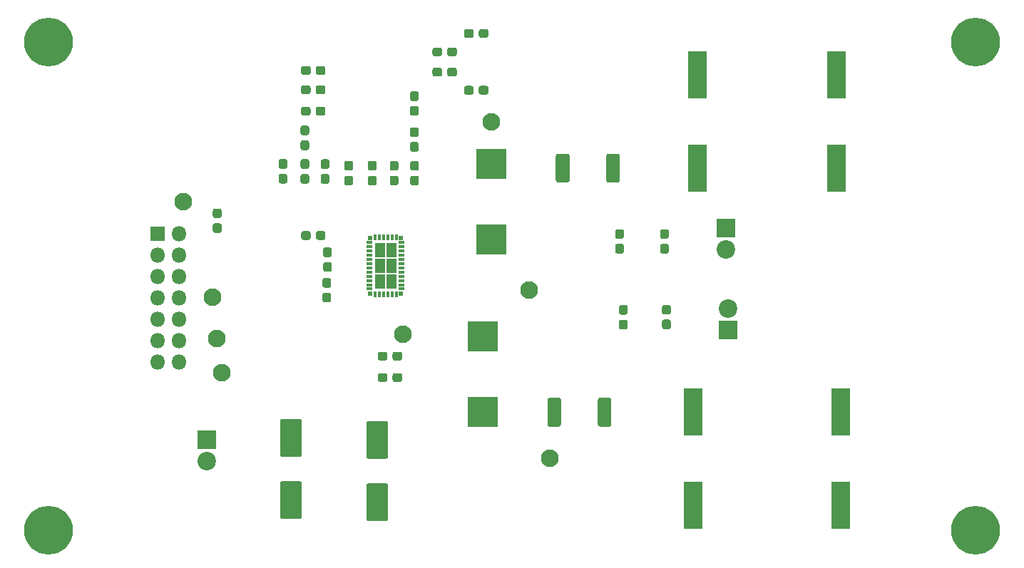
<source format=gts>
%TF.GenerationSoftware,KiCad,Pcbnew,(5.1.6)-1*%
%TF.CreationDate,2020-11-07T14:41:46+05:30*%
%TF.ProjectId,LT8652,4c543836-3532-42e6-9b69-6361645f7063,rev?*%
%TF.SameCoordinates,Original*%
%TF.FileFunction,Soldermask,Top*%
%TF.FilePolarity,Negative*%
%FSLAX46Y46*%
G04 Gerber Fmt 4.6, Leading zero omitted, Abs format (unit mm)*
G04 Created by KiCad (PCBNEW (5.1.6)-1) date 2020-11-07 14:41:46*
%MOMM*%
%LPD*%
G01*
G04 APERTURE LIST*
%ADD10C,5.800000*%
%ADD11C,2.100000*%
%ADD12R,0.800000X0.350000*%
%ADD13R,0.350000X0.800000*%
%ADD14R,1.200000X1.770000*%
%ADD15R,0.475000X0.475000*%
%ADD16R,2.300000X5.600000*%
%ADD17O,1.800000X1.800000*%
%ADD18R,1.800000X1.800000*%
%ADD19C,2.200000*%
%ADD20R,2.200000X2.200000*%
%ADD21R,3.600000X3.650000*%
G04 APERTURE END LIST*
D10*
%TO.C,REF\u002A\u002A*%
X220000000Y-141000000D03*
%TD*%
%TO.C,REF\u002A\u002A*%
X110000000Y-141000000D03*
%TD*%
%TO.C,REF\u002A\u002A*%
X110000000Y-83000000D03*
%TD*%
%TO.C,REF\u002A\u002A*%
X220000000Y-83000000D03*
%TD*%
D11*
%TO.C,L1S1*%
X162500000Y-92500000D03*
%TD*%
%TO.C,R14*%
G36*
G01*
X175175000Y-128458608D02*
X175175000Y-125541392D01*
G75*
G02*
X175441392Y-125275000I266392J0D01*
G01*
X176533608Y-125275000D01*
G75*
G02*
X176800000Y-125541392I0J-266392D01*
G01*
X176800000Y-128458608D01*
G75*
G02*
X176533608Y-128725000I-266392J0D01*
G01*
X175441392Y-128725000D01*
G75*
G02*
X175175000Y-128458608I0J266392D01*
G01*
G37*
G36*
G01*
X169200000Y-128458608D02*
X169200000Y-125541392D01*
G75*
G02*
X169466392Y-125275000I266392J0D01*
G01*
X170558608Y-125275000D01*
G75*
G02*
X170825000Y-125541392I0J-266392D01*
G01*
X170825000Y-128458608D01*
G75*
G02*
X170558608Y-128725000I-266392J0D01*
G01*
X169466392Y-128725000D01*
G75*
G02*
X169200000Y-128458608I0J266392D01*
G01*
G37*
%TD*%
%TO.C,R13*%
G36*
G01*
X176175000Y-99458608D02*
X176175000Y-96541392D01*
G75*
G02*
X176441392Y-96275000I266392J0D01*
G01*
X177533608Y-96275000D01*
G75*
G02*
X177800000Y-96541392I0J-266392D01*
G01*
X177800000Y-99458608D01*
G75*
G02*
X177533608Y-99725000I-266392J0D01*
G01*
X176441392Y-99725000D01*
G75*
G02*
X176175000Y-99458608I0J266392D01*
G01*
G37*
G36*
G01*
X170200000Y-99458608D02*
X170200000Y-96541392D01*
G75*
G02*
X170466392Y-96275000I266392J0D01*
G01*
X171558608Y-96275000D01*
G75*
G02*
X171825000Y-96541392I0J-266392D01*
G01*
X171825000Y-99458608D01*
G75*
G02*
X171558608Y-99725000I-266392J0D01*
G01*
X170466392Y-99725000D01*
G75*
G02*
X170200000Y-99458608I0J266392D01*
G01*
G37*
%TD*%
%TO.C,L2S1*%
X169500000Y-132500000D03*
%TD*%
D12*
%TO.C,IC1*%
X148100001Y-106855000D03*
X148100001Y-107355000D03*
X148100001Y-107855000D03*
X148100001Y-108355000D03*
X148100001Y-108855000D03*
X148100001Y-109355000D03*
X148100001Y-109855000D03*
X148100001Y-110355000D03*
X148100001Y-110855000D03*
X148100001Y-111355000D03*
X148100001Y-111855000D03*
X148100001Y-112355000D03*
D13*
X148750001Y-113005000D03*
X149250001Y-113005000D03*
X149750001Y-113005000D03*
X150250001Y-113005000D03*
X150750001Y-113005000D03*
X151250001Y-113005000D03*
D12*
X151900001Y-112355000D03*
X151900001Y-111855000D03*
X151900001Y-111355000D03*
X151900001Y-110855000D03*
X151900001Y-110355000D03*
X151900001Y-109855000D03*
X151900001Y-109355000D03*
X151900001Y-108855000D03*
X151900001Y-108355000D03*
X151900001Y-107855000D03*
X151900001Y-107355000D03*
X151900001Y-106855000D03*
D13*
X151250001Y-106205000D03*
X150750001Y-106205000D03*
X150250001Y-106205000D03*
X149750001Y-106205000D03*
X149250001Y-106205000D03*
X148750001Y-106205000D03*
D14*
X149350001Y-107735000D03*
X150650001Y-107735000D03*
X149350001Y-109605000D03*
X150650001Y-109605000D03*
X149350001Y-111475000D03*
X150650001Y-111475000D03*
D15*
X148187001Y-106292000D03*
X148187001Y-112918000D03*
X151813001Y-112918000D03*
X151813001Y-106292000D03*
%TD*%
%TO.C,R8*%
G36*
G01*
X145862500Y-98300000D02*
X145337500Y-98300000D01*
G75*
G02*
X145075000Y-98037500I0J262500D01*
G01*
X145075000Y-97412500D01*
G75*
G02*
X145337500Y-97150000I262500J0D01*
G01*
X145862500Y-97150000D01*
G75*
G02*
X146125000Y-97412500I0J-262500D01*
G01*
X146125000Y-98037500D01*
G75*
G02*
X145862500Y-98300000I-262500J0D01*
G01*
G37*
G36*
G01*
X145862500Y-100050000D02*
X145337500Y-100050000D01*
G75*
G02*
X145075000Y-99787500I0J262500D01*
G01*
X145075000Y-99162500D01*
G75*
G02*
X145337500Y-98900000I262500J0D01*
G01*
X145862500Y-98900000D01*
G75*
G02*
X146125000Y-99162500I0J-262500D01*
G01*
X146125000Y-99787500D01*
G75*
G02*
X145862500Y-100050000I-262500J0D01*
G01*
G37*
%TD*%
%TO.C,C21*%
G36*
G01*
X142737500Y-112800000D02*
X143262500Y-112800000D01*
G75*
G02*
X143525000Y-113062500I0J-262500D01*
G01*
X143525000Y-113687500D01*
G75*
G02*
X143262500Y-113950000I-262500J0D01*
G01*
X142737500Y-113950000D01*
G75*
G02*
X142475000Y-113687500I0J262500D01*
G01*
X142475000Y-113062500D01*
G75*
G02*
X142737500Y-112800000I262500J0D01*
G01*
G37*
G36*
G01*
X142737500Y-111050000D02*
X143262500Y-111050000D01*
G75*
G02*
X143525000Y-111312500I0J-262500D01*
G01*
X143525000Y-111937500D01*
G75*
G02*
X143262500Y-112200000I-262500J0D01*
G01*
X142737500Y-112200000D01*
G75*
G02*
X142475000Y-111937500I0J262500D01*
G01*
X142475000Y-111312500D01*
G75*
G02*
X142737500Y-111050000I262500J0D01*
G01*
G37*
%TD*%
%TO.C,C20*%
G36*
G01*
X137710000Y-135200000D02*
X139790000Y-135200000D01*
G75*
G02*
X140050000Y-135460000I0J-260000D01*
G01*
X140050000Y-139440000D01*
G75*
G02*
X139790000Y-139700000I-260000J0D01*
G01*
X137710000Y-139700000D01*
G75*
G02*
X137450000Y-139440000I0J260000D01*
G01*
X137450000Y-135460000D01*
G75*
G02*
X137710000Y-135200000I260000J0D01*
G01*
G37*
G36*
G01*
X137710000Y-127800000D02*
X139790000Y-127800000D01*
G75*
G02*
X140050000Y-128060000I0J-260000D01*
G01*
X140050000Y-132040000D01*
G75*
G02*
X139790000Y-132300000I-260000J0D01*
G01*
X137710000Y-132300000D01*
G75*
G02*
X137450000Y-132040000I0J260000D01*
G01*
X137450000Y-128060000D01*
G75*
G02*
X137710000Y-127800000I260000J0D01*
G01*
G37*
%TD*%
D16*
%TO.C,C19*%
X204000000Y-138050000D03*
X204000000Y-126950000D03*
%TD*%
%TO.C,C18*%
X203500000Y-86890000D03*
X203500000Y-97990000D03*
%TD*%
%TO.C,C17*%
G36*
G01*
X178472500Y-115410000D02*
X177947500Y-115410000D01*
G75*
G02*
X177685000Y-115147500I0J262500D01*
G01*
X177685000Y-114522500D01*
G75*
G02*
X177947500Y-114260000I262500J0D01*
G01*
X178472500Y-114260000D01*
G75*
G02*
X178735000Y-114522500I0J-262500D01*
G01*
X178735000Y-115147500D01*
G75*
G02*
X178472500Y-115410000I-262500J0D01*
G01*
G37*
G36*
G01*
X178472500Y-117160000D02*
X177947500Y-117160000D01*
G75*
G02*
X177685000Y-116897500I0J262500D01*
G01*
X177685000Y-116272500D01*
G75*
G02*
X177947500Y-116010000I262500J0D01*
G01*
X178472500Y-116010000D01*
G75*
G02*
X178735000Y-116272500I0J-262500D01*
G01*
X178735000Y-116897500D01*
G75*
G02*
X178472500Y-117160000I-262500J0D01*
G01*
G37*
%TD*%
%TO.C,C16*%
G36*
G01*
X182837500Y-107000000D02*
X183362500Y-107000000D01*
G75*
G02*
X183625000Y-107262500I0J-262500D01*
G01*
X183625000Y-107887500D01*
G75*
G02*
X183362500Y-108150000I-262500J0D01*
G01*
X182837500Y-108150000D01*
G75*
G02*
X182575000Y-107887500I0J262500D01*
G01*
X182575000Y-107262500D01*
G75*
G02*
X182837500Y-107000000I262500J0D01*
G01*
G37*
G36*
G01*
X182837500Y-105250000D02*
X183362500Y-105250000D01*
G75*
G02*
X183625000Y-105512500I0J-262500D01*
G01*
X183625000Y-106137500D01*
G75*
G02*
X183362500Y-106400000I-262500J0D01*
G01*
X182837500Y-106400000D01*
G75*
G02*
X182575000Y-106137500I0J262500D01*
G01*
X182575000Y-105512500D01*
G75*
G02*
X182837500Y-105250000I262500J0D01*
G01*
G37*
%TD*%
%TO.C,C14*%
G36*
G01*
X147960000Y-135450000D02*
X150040000Y-135450000D01*
G75*
G02*
X150300000Y-135710000I0J-260000D01*
G01*
X150300000Y-139690000D01*
G75*
G02*
X150040000Y-139950000I-260000J0D01*
G01*
X147960000Y-139950000D01*
G75*
G02*
X147700000Y-139690000I0J260000D01*
G01*
X147700000Y-135710000D01*
G75*
G02*
X147960000Y-135450000I260000J0D01*
G01*
G37*
G36*
G01*
X147960000Y-128050000D02*
X150040000Y-128050000D01*
G75*
G02*
X150300000Y-128310000I0J-260000D01*
G01*
X150300000Y-132290000D01*
G75*
G02*
X150040000Y-132550000I-260000J0D01*
G01*
X147960000Y-132550000D01*
G75*
G02*
X147700000Y-132290000I0J260000D01*
G01*
X147700000Y-128310000D01*
G75*
G02*
X147960000Y-128050000I260000J0D01*
G01*
G37*
%TD*%
%TO.C,C6*%
G36*
G01*
X177507500Y-107000000D02*
X178032500Y-107000000D01*
G75*
G02*
X178295000Y-107262500I0J-262500D01*
G01*
X178295000Y-107887500D01*
G75*
G02*
X178032500Y-108150000I-262500J0D01*
G01*
X177507500Y-108150000D01*
G75*
G02*
X177245000Y-107887500I0J262500D01*
G01*
X177245000Y-107262500D01*
G75*
G02*
X177507500Y-107000000I262500J0D01*
G01*
G37*
G36*
G01*
X177507500Y-105250000D02*
X178032500Y-105250000D01*
G75*
G02*
X178295000Y-105512500I0J-262500D01*
G01*
X178295000Y-106137500D01*
G75*
G02*
X178032500Y-106400000I-262500J0D01*
G01*
X177507500Y-106400000D01*
G75*
G02*
X177245000Y-106137500I0J262500D01*
G01*
X177245000Y-105512500D01*
G75*
G02*
X177507500Y-105250000I262500J0D01*
G01*
G37*
%TD*%
%TO.C,R12*%
G36*
G01*
X153662500Y-90025000D02*
X153137500Y-90025000D01*
G75*
G02*
X152875000Y-89762500I0J262500D01*
G01*
X152875000Y-89137500D01*
G75*
G02*
X153137500Y-88875000I262500J0D01*
G01*
X153662500Y-88875000D01*
G75*
G02*
X153925000Y-89137500I0J-262500D01*
G01*
X153925000Y-89762500D01*
G75*
G02*
X153662500Y-90025000I-262500J0D01*
G01*
G37*
G36*
G01*
X153662500Y-91775000D02*
X153137500Y-91775000D01*
G75*
G02*
X152875000Y-91512500I0J262500D01*
G01*
X152875000Y-90887500D01*
G75*
G02*
X153137500Y-90625000I262500J0D01*
G01*
X153662500Y-90625000D01*
G75*
G02*
X153925000Y-90887500I0J-262500D01*
G01*
X153925000Y-91512500D01*
G75*
G02*
X153662500Y-91775000I-262500J0D01*
G01*
G37*
%TD*%
%TO.C,R11*%
G36*
G01*
X141100000Y-86137500D02*
X141100000Y-86662500D01*
G75*
G02*
X140837500Y-86925000I-262500J0D01*
G01*
X140212500Y-86925000D01*
G75*
G02*
X139950000Y-86662500I0J262500D01*
G01*
X139950000Y-86137500D01*
G75*
G02*
X140212500Y-85875000I262500J0D01*
G01*
X140837500Y-85875000D01*
G75*
G02*
X141100000Y-86137500I0J-262500D01*
G01*
G37*
G36*
G01*
X142850000Y-86137500D02*
X142850000Y-86662500D01*
G75*
G02*
X142587500Y-86925000I-262500J0D01*
G01*
X141962500Y-86925000D01*
G75*
G02*
X141700000Y-86662500I0J262500D01*
G01*
X141700000Y-86137500D01*
G75*
G02*
X141962500Y-85875000I262500J0D01*
G01*
X142587500Y-85875000D01*
G75*
G02*
X142850000Y-86137500I0J-262500D01*
G01*
G37*
%TD*%
%TO.C,C11*%
G36*
G01*
X183592500Y-115400000D02*
X183067500Y-115400000D01*
G75*
G02*
X182805000Y-115137500I0J262500D01*
G01*
X182805000Y-114512500D01*
G75*
G02*
X183067500Y-114250000I262500J0D01*
G01*
X183592500Y-114250000D01*
G75*
G02*
X183855000Y-114512500I0J-262500D01*
G01*
X183855000Y-115137500D01*
G75*
G02*
X183592500Y-115400000I-262500J0D01*
G01*
G37*
G36*
G01*
X183592500Y-117150000D02*
X183067500Y-117150000D01*
G75*
G02*
X182805000Y-116887500I0J262500D01*
G01*
X182805000Y-116262500D01*
G75*
G02*
X183067500Y-116000000I262500J0D01*
G01*
X183592500Y-116000000D01*
G75*
G02*
X183855000Y-116262500I0J-262500D01*
G01*
X183855000Y-116887500D01*
G75*
G02*
X183592500Y-117150000I-262500J0D01*
G01*
G37*
%TD*%
D11*
%TO.C,PG2*%
X129950000Y-118250000D03*
%TD*%
%TO.C,PG1*%
X130500000Y-122300000D03*
%TD*%
%TO.C,VC1*%
X126000000Y-102000000D03*
%TD*%
%TO.C,VC2*%
X129400000Y-113300000D03*
%TD*%
D17*
%TO.C,J4*%
X125440000Y-121040000D03*
X122900000Y-121040000D03*
X125440000Y-118500000D03*
X122900000Y-118500000D03*
X125440000Y-115960000D03*
X122900000Y-115960000D03*
X125440000Y-113420000D03*
X122900000Y-113420000D03*
X125440000Y-110880000D03*
X122900000Y-110880000D03*
X125440000Y-108340000D03*
X122900000Y-108340000D03*
X125440000Y-105800000D03*
D18*
X122900000Y-105800000D03*
%TD*%
D19*
%TO.C,J3*%
X190610000Y-114700000D03*
D20*
X190610000Y-117240000D03*
%TD*%
D19*
%TO.C,J2*%
X190410000Y-107640000D03*
D20*
X190410000Y-105100000D03*
%TD*%
D19*
%TO.C,J1*%
X128750000Y-132790000D03*
D20*
X128750000Y-130250000D03*
%TD*%
%TO.C,R9*%
G36*
G01*
X130262500Y-103950000D02*
X129737500Y-103950000D01*
G75*
G02*
X129475000Y-103687500I0J262500D01*
G01*
X129475000Y-103062500D01*
G75*
G02*
X129737500Y-102800000I262500J0D01*
G01*
X130262500Y-102800000D01*
G75*
G02*
X130525000Y-103062500I0J-262500D01*
G01*
X130525000Y-103687500D01*
G75*
G02*
X130262500Y-103950000I-262500J0D01*
G01*
G37*
G36*
G01*
X130262500Y-105700000D02*
X129737500Y-105700000D01*
G75*
G02*
X129475000Y-105437500I0J262500D01*
G01*
X129475000Y-104812500D01*
G75*
G02*
X129737500Y-104550000I262500J0D01*
G01*
X130262500Y-104550000D01*
G75*
G02*
X130525000Y-104812500I0J-262500D01*
G01*
X130525000Y-105437500D01*
G75*
G02*
X130262500Y-105700000I-262500J0D01*
G01*
G37*
%TD*%
%TO.C,R3*%
G36*
G01*
X160450000Y-88487500D02*
X160450000Y-89012500D01*
G75*
G02*
X160187500Y-89275000I-262500J0D01*
G01*
X159562500Y-89275000D01*
G75*
G02*
X159300000Y-89012500I0J262500D01*
G01*
X159300000Y-88487500D01*
G75*
G02*
X159562500Y-88225000I262500J0D01*
G01*
X160187500Y-88225000D01*
G75*
G02*
X160450000Y-88487500I0J-262500D01*
G01*
G37*
G36*
G01*
X162200000Y-88487500D02*
X162200000Y-89012500D01*
G75*
G02*
X161937500Y-89275000I-262500J0D01*
G01*
X161312500Y-89275000D01*
G75*
G02*
X161050000Y-89012500I0J262500D01*
G01*
X161050000Y-88487500D01*
G75*
G02*
X161312500Y-88225000I262500J0D01*
G01*
X161937500Y-88225000D01*
G75*
G02*
X162200000Y-88487500I0J-262500D01*
G01*
G37*
%TD*%
D11*
%TO.C,SW1*%
X167000000Y-112500000D03*
%TD*%
%TO.C,SW2*%
X152000000Y-117750000D03*
%TD*%
%TO.C,C15*%
G36*
G01*
X143352500Y-108575000D02*
X142827500Y-108575000D01*
G75*
G02*
X142565000Y-108312500I0J262500D01*
G01*
X142565000Y-107687500D01*
G75*
G02*
X142827500Y-107425000I262500J0D01*
G01*
X143352500Y-107425000D01*
G75*
G02*
X143615000Y-107687500I0J-262500D01*
G01*
X143615000Y-108312500D01*
G75*
G02*
X143352500Y-108575000I-262500J0D01*
G01*
G37*
G36*
G01*
X143352500Y-110325000D02*
X142827500Y-110325000D01*
G75*
G02*
X142565000Y-110062500I0J262500D01*
G01*
X142565000Y-109437500D01*
G75*
G02*
X142827500Y-109175000I262500J0D01*
G01*
X143352500Y-109175000D01*
G75*
G02*
X143615000Y-109437500I0J-262500D01*
G01*
X143615000Y-110062500D01*
G75*
G02*
X143352500Y-110325000I-262500J0D01*
G01*
G37*
%TD*%
%TO.C,C10*%
G36*
G01*
X153662500Y-96050000D02*
X153137500Y-96050000D01*
G75*
G02*
X152875000Y-95787500I0J262500D01*
G01*
X152875000Y-95162500D01*
G75*
G02*
X153137500Y-94900000I262500J0D01*
G01*
X153662500Y-94900000D01*
G75*
G02*
X153925000Y-95162500I0J-262500D01*
G01*
X153925000Y-95787500D01*
G75*
G02*
X153662500Y-96050000I-262500J0D01*
G01*
G37*
G36*
G01*
X153662500Y-94300000D02*
X153137500Y-94300000D01*
G75*
G02*
X152875000Y-94037500I0J262500D01*
G01*
X152875000Y-93412500D01*
G75*
G02*
X153137500Y-93150000I262500J0D01*
G01*
X153662500Y-93150000D01*
G75*
G02*
X153925000Y-93412500I0J-262500D01*
G01*
X153925000Y-94037500D01*
G75*
G02*
X153662500Y-94300000I-262500J0D01*
G01*
G37*
%TD*%
%TO.C,C1*%
G36*
G01*
X141680000Y-91502500D02*
X141680000Y-90977500D01*
G75*
G02*
X141942500Y-90715000I262500J0D01*
G01*
X142567500Y-90715000D01*
G75*
G02*
X142830000Y-90977500I0J-262500D01*
G01*
X142830000Y-91502500D01*
G75*
G02*
X142567500Y-91765000I-262500J0D01*
G01*
X141942500Y-91765000D01*
G75*
G02*
X141680000Y-91502500I0J262500D01*
G01*
G37*
G36*
G01*
X139930000Y-91502500D02*
X139930000Y-90977500D01*
G75*
G02*
X140192500Y-90715000I262500J0D01*
G01*
X140817500Y-90715000D01*
G75*
G02*
X141080000Y-90977500I0J-262500D01*
G01*
X141080000Y-91502500D01*
G75*
G02*
X140817500Y-91765000I-262500J0D01*
G01*
X140192500Y-91765000D01*
G75*
G02*
X139930000Y-91502500I0J262500D01*
G01*
G37*
%TD*%
%TO.C,C5*%
G36*
G01*
X143062500Y-99850000D02*
X142537500Y-99850000D01*
G75*
G02*
X142275000Y-99587500I0J262500D01*
G01*
X142275000Y-98962500D01*
G75*
G02*
X142537500Y-98700000I262500J0D01*
G01*
X143062500Y-98700000D01*
G75*
G02*
X143325000Y-98962500I0J-262500D01*
G01*
X143325000Y-99587500D01*
G75*
G02*
X143062500Y-99850000I-262500J0D01*
G01*
G37*
G36*
G01*
X143062500Y-98100000D02*
X142537500Y-98100000D01*
G75*
G02*
X142275000Y-97837500I0J262500D01*
G01*
X142275000Y-97212500D01*
G75*
G02*
X142537500Y-96950000I262500J0D01*
G01*
X143062500Y-96950000D01*
G75*
G02*
X143325000Y-97212500I0J-262500D01*
G01*
X143325000Y-97837500D01*
G75*
G02*
X143062500Y-98100000I-262500J0D01*
G01*
G37*
%TD*%
%TO.C,R6*%
G36*
G01*
X153682500Y-100050000D02*
X153157500Y-100050000D01*
G75*
G02*
X152895000Y-99787500I0J262500D01*
G01*
X152895000Y-99162500D01*
G75*
G02*
X153157500Y-98900000I262500J0D01*
G01*
X153682500Y-98900000D01*
G75*
G02*
X153945000Y-99162500I0J-262500D01*
G01*
X153945000Y-99787500D01*
G75*
G02*
X153682500Y-100050000I-262500J0D01*
G01*
G37*
G36*
G01*
X153682500Y-98300000D02*
X153157500Y-98300000D01*
G75*
G02*
X152895000Y-98037500I0J262500D01*
G01*
X152895000Y-97412500D01*
G75*
G02*
X153157500Y-97150000I262500J0D01*
G01*
X153682500Y-97150000D01*
G75*
G02*
X153945000Y-97412500I0J-262500D01*
G01*
X153945000Y-98037500D01*
G75*
G02*
X153682500Y-98300000I-262500J0D01*
G01*
G37*
%TD*%
%TO.C,C2*%
G36*
G01*
X139930000Y-88962500D02*
X139930000Y-88437500D01*
G75*
G02*
X140192500Y-88175000I262500J0D01*
G01*
X140817500Y-88175000D01*
G75*
G02*
X141080000Y-88437500I0J-262500D01*
G01*
X141080000Y-88962500D01*
G75*
G02*
X140817500Y-89225000I-262500J0D01*
G01*
X140192500Y-89225000D01*
G75*
G02*
X139930000Y-88962500I0J262500D01*
G01*
G37*
G36*
G01*
X141680000Y-88962500D02*
X141680000Y-88437500D01*
G75*
G02*
X141942500Y-88175000I262500J0D01*
G01*
X142567500Y-88175000D01*
G75*
G02*
X142830000Y-88437500I0J-262500D01*
G01*
X142830000Y-88962500D01*
G75*
G02*
X142567500Y-89225000I-262500J0D01*
G01*
X141942500Y-89225000D01*
G75*
G02*
X141680000Y-88962500I0J262500D01*
G01*
G37*
%TD*%
%TO.C,C7*%
G36*
G01*
X151262500Y-98300000D02*
X150737500Y-98300000D01*
G75*
G02*
X150475000Y-98037500I0J262500D01*
G01*
X150475000Y-97412500D01*
G75*
G02*
X150737500Y-97150000I262500J0D01*
G01*
X151262500Y-97150000D01*
G75*
G02*
X151525000Y-97412500I0J-262500D01*
G01*
X151525000Y-98037500D01*
G75*
G02*
X151262500Y-98300000I-262500J0D01*
G01*
G37*
G36*
G01*
X151262500Y-100050000D02*
X150737500Y-100050000D01*
G75*
G02*
X150475000Y-99787500I0J262500D01*
G01*
X150475000Y-99162500D01*
G75*
G02*
X150737500Y-98900000I262500J0D01*
G01*
X151262500Y-98900000D01*
G75*
G02*
X151525000Y-99162500I0J-262500D01*
G01*
X151525000Y-99787500D01*
G75*
G02*
X151262500Y-100050000I-262500J0D01*
G01*
G37*
%TD*%
%TO.C,C8*%
G36*
G01*
X140662500Y-95850000D02*
X140137500Y-95850000D01*
G75*
G02*
X139875000Y-95587500I0J262500D01*
G01*
X139875000Y-94962500D01*
G75*
G02*
X140137500Y-94700000I262500J0D01*
G01*
X140662500Y-94700000D01*
G75*
G02*
X140925000Y-94962500I0J-262500D01*
G01*
X140925000Y-95587500D01*
G75*
G02*
X140662500Y-95850000I-262500J0D01*
G01*
G37*
G36*
G01*
X140662500Y-94100000D02*
X140137500Y-94100000D01*
G75*
G02*
X139875000Y-93837500I0J262500D01*
G01*
X139875000Y-93212500D01*
G75*
G02*
X140137500Y-92950000I262500J0D01*
G01*
X140662500Y-92950000D01*
G75*
G02*
X140925000Y-93212500I0J-262500D01*
G01*
X140925000Y-93837500D01*
G75*
G02*
X140662500Y-94100000I-262500J0D01*
G01*
G37*
%TD*%
%TO.C,C9*%
G36*
G01*
X156700000Y-86337500D02*
X156700000Y-86862500D01*
G75*
G02*
X156437500Y-87125000I-262500J0D01*
G01*
X155812500Y-87125000D01*
G75*
G02*
X155550000Y-86862500I0J262500D01*
G01*
X155550000Y-86337500D01*
G75*
G02*
X155812500Y-86075000I262500J0D01*
G01*
X156437500Y-86075000D01*
G75*
G02*
X156700000Y-86337500I0J-262500D01*
G01*
G37*
G36*
G01*
X158450000Y-86337500D02*
X158450000Y-86862500D01*
G75*
G02*
X158187500Y-87125000I-262500J0D01*
G01*
X157562500Y-87125000D01*
G75*
G02*
X157300000Y-86862500I0J262500D01*
G01*
X157300000Y-86337500D01*
G75*
G02*
X157562500Y-86075000I262500J0D01*
G01*
X158187500Y-86075000D01*
G75*
G02*
X158450000Y-86337500I0J-262500D01*
G01*
G37*
%TD*%
D16*
%TO.C,C12*%
X186500000Y-126950000D03*
X186500000Y-138050000D03*
%TD*%
%TO.C,C13*%
X187000000Y-86950000D03*
X187000000Y-98050000D03*
%TD*%
%TO.C,R4*%
G36*
G01*
X140662500Y-99850000D02*
X140137500Y-99850000D01*
G75*
G02*
X139875000Y-99587500I0J262500D01*
G01*
X139875000Y-98962500D01*
G75*
G02*
X140137500Y-98700000I262500J0D01*
G01*
X140662500Y-98700000D01*
G75*
G02*
X140925000Y-98962500I0J-262500D01*
G01*
X140925000Y-99587500D01*
G75*
G02*
X140662500Y-99850000I-262500J0D01*
G01*
G37*
G36*
G01*
X140662500Y-98100000D02*
X140137500Y-98100000D01*
G75*
G02*
X139875000Y-97837500I0J262500D01*
G01*
X139875000Y-97212500D01*
G75*
G02*
X140137500Y-96950000I262500J0D01*
G01*
X140662500Y-96950000D01*
G75*
G02*
X140925000Y-97212500I0J-262500D01*
G01*
X140925000Y-97837500D01*
G75*
G02*
X140662500Y-98100000I-262500J0D01*
G01*
G37*
%TD*%
%TO.C,R7*%
G36*
G01*
X158450000Y-83937500D02*
X158450000Y-84462500D01*
G75*
G02*
X158187500Y-84725000I-262500J0D01*
G01*
X157562500Y-84725000D01*
G75*
G02*
X157300000Y-84462500I0J262500D01*
G01*
X157300000Y-83937500D01*
G75*
G02*
X157562500Y-83675000I262500J0D01*
G01*
X158187500Y-83675000D01*
G75*
G02*
X158450000Y-83937500I0J-262500D01*
G01*
G37*
G36*
G01*
X156700000Y-83937500D02*
X156700000Y-84462500D01*
G75*
G02*
X156437500Y-84725000I-262500J0D01*
G01*
X155812500Y-84725000D01*
G75*
G02*
X155550000Y-84462500I0J262500D01*
G01*
X155550000Y-83937500D01*
G75*
G02*
X155812500Y-83675000I262500J0D01*
G01*
X156437500Y-83675000D01*
G75*
G02*
X156700000Y-83937500I0J-262500D01*
G01*
G37*
%TD*%
%TO.C,C3*%
G36*
G01*
X138072500Y-98080000D02*
X137547500Y-98080000D01*
G75*
G02*
X137285000Y-97817500I0J262500D01*
G01*
X137285000Y-97192500D01*
G75*
G02*
X137547500Y-96930000I262500J0D01*
G01*
X138072500Y-96930000D01*
G75*
G02*
X138335000Y-97192500I0J-262500D01*
G01*
X138335000Y-97817500D01*
G75*
G02*
X138072500Y-98080000I-262500J0D01*
G01*
G37*
G36*
G01*
X138072500Y-99830000D02*
X137547500Y-99830000D01*
G75*
G02*
X137285000Y-99567500I0J262500D01*
G01*
X137285000Y-98942500D01*
G75*
G02*
X137547500Y-98680000I262500J0D01*
G01*
X138072500Y-98680000D01*
G75*
G02*
X138335000Y-98942500I0J-262500D01*
G01*
X138335000Y-99567500D01*
G75*
G02*
X138072500Y-99830000I-262500J0D01*
G01*
G37*
%TD*%
%TO.C,C4*%
G36*
G01*
X149060000Y-123142500D02*
X149060000Y-122617500D01*
G75*
G02*
X149322500Y-122355000I262500J0D01*
G01*
X149947500Y-122355000D01*
G75*
G02*
X150210000Y-122617500I0J-262500D01*
G01*
X150210000Y-123142500D01*
G75*
G02*
X149947500Y-123405000I-262500J0D01*
G01*
X149322500Y-123405000D01*
G75*
G02*
X149060000Y-123142500I0J262500D01*
G01*
G37*
G36*
G01*
X150810000Y-123142500D02*
X150810000Y-122617500D01*
G75*
G02*
X151072500Y-122355000I262500J0D01*
G01*
X151697500Y-122355000D01*
G75*
G02*
X151960000Y-122617500I0J-262500D01*
G01*
X151960000Y-123142500D01*
G75*
G02*
X151697500Y-123405000I-262500J0D01*
G01*
X151072500Y-123405000D01*
G75*
G02*
X150810000Y-123142500I0J262500D01*
G01*
G37*
%TD*%
%TO.C,R1*%
G36*
G01*
X142850000Y-105737500D02*
X142850000Y-106262500D01*
G75*
G02*
X142587500Y-106525000I-262500J0D01*
G01*
X141962500Y-106525000D01*
G75*
G02*
X141700000Y-106262500I0J262500D01*
G01*
X141700000Y-105737500D01*
G75*
G02*
X141962500Y-105475000I262500J0D01*
G01*
X142587500Y-105475000D01*
G75*
G02*
X142850000Y-105737500I0J-262500D01*
G01*
G37*
G36*
G01*
X141100000Y-105737500D02*
X141100000Y-106262500D01*
G75*
G02*
X140837500Y-106525000I-262500J0D01*
G01*
X140212500Y-106525000D01*
G75*
G02*
X139950000Y-106262500I0J262500D01*
G01*
X139950000Y-105737500D01*
G75*
G02*
X140212500Y-105475000I262500J0D01*
G01*
X140837500Y-105475000D01*
G75*
G02*
X141100000Y-105737500I0J-262500D01*
G01*
G37*
%TD*%
%TO.C,R2*%
G36*
G01*
X150210000Y-120077500D02*
X150210000Y-120602500D01*
G75*
G02*
X149947500Y-120865000I-262500J0D01*
G01*
X149322500Y-120865000D01*
G75*
G02*
X149060000Y-120602500I0J262500D01*
G01*
X149060000Y-120077500D01*
G75*
G02*
X149322500Y-119815000I262500J0D01*
G01*
X149947500Y-119815000D01*
G75*
G02*
X150210000Y-120077500I0J-262500D01*
G01*
G37*
G36*
G01*
X151960000Y-120077500D02*
X151960000Y-120602500D01*
G75*
G02*
X151697500Y-120865000I-262500J0D01*
G01*
X151072500Y-120865000D01*
G75*
G02*
X150810000Y-120602500I0J262500D01*
G01*
X150810000Y-120077500D01*
G75*
G02*
X151072500Y-119815000I262500J0D01*
G01*
X151697500Y-119815000D01*
G75*
G02*
X151960000Y-120077500I0J-262500D01*
G01*
G37*
%TD*%
%TO.C,R5*%
G36*
G01*
X148662500Y-100050000D02*
X148137500Y-100050000D01*
G75*
G02*
X147875000Y-99787500I0J262500D01*
G01*
X147875000Y-99162500D01*
G75*
G02*
X148137500Y-98900000I262500J0D01*
G01*
X148662500Y-98900000D01*
G75*
G02*
X148925000Y-99162500I0J-262500D01*
G01*
X148925000Y-99787500D01*
G75*
G02*
X148662500Y-100050000I-262500J0D01*
G01*
G37*
G36*
G01*
X148662500Y-98300000D02*
X148137500Y-98300000D01*
G75*
G02*
X147875000Y-98037500I0J262500D01*
G01*
X147875000Y-97412500D01*
G75*
G02*
X148137500Y-97150000I262500J0D01*
G01*
X148662500Y-97150000D01*
G75*
G02*
X148925000Y-97412500I0J-262500D01*
G01*
X148925000Y-98037500D01*
G75*
G02*
X148662500Y-98300000I-262500J0D01*
G01*
G37*
%TD*%
D21*
%TO.C,L1*%
X162500000Y-97525000D03*
X162500000Y-106475000D03*
%TD*%
%TO.C,L2*%
X161500000Y-118025000D03*
X161500000Y-126975000D03*
%TD*%
%TO.C,R10*%
G36*
G01*
X162200000Y-81737500D02*
X162200000Y-82262500D01*
G75*
G02*
X161937500Y-82525000I-262500J0D01*
G01*
X161312500Y-82525000D01*
G75*
G02*
X161050000Y-82262500I0J262500D01*
G01*
X161050000Y-81737500D01*
G75*
G02*
X161312500Y-81475000I262500J0D01*
G01*
X161937500Y-81475000D01*
G75*
G02*
X162200000Y-81737500I0J-262500D01*
G01*
G37*
G36*
G01*
X160450000Y-81737500D02*
X160450000Y-82262500D01*
G75*
G02*
X160187500Y-82525000I-262500J0D01*
G01*
X159562500Y-82525000D01*
G75*
G02*
X159300000Y-82262500I0J262500D01*
G01*
X159300000Y-81737500D01*
G75*
G02*
X159562500Y-81475000I262500J0D01*
G01*
X160187500Y-81475000D01*
G75*
G02*
X160450000Y-81737500I0J-262500D01*
G01*
G37*
%TD*%
M02*

</source>
